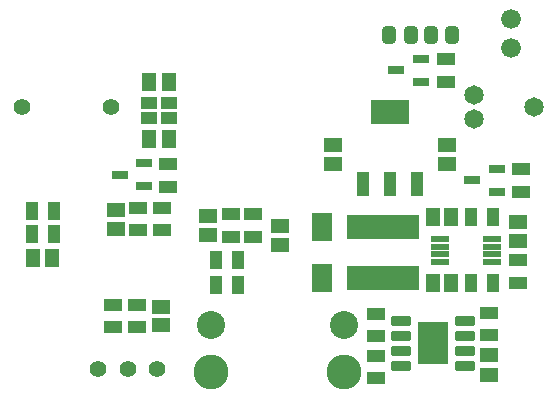
<source format=gbr>
%TF.GenerationSoftware,KiCad,Pcbnew,8.0.5*%
%TF.CreationDate,2024-09-22T15:27:05+02:00*%
%TF.ProjectId,PicBytesMicro,50696342-7974-4657-934d-6963726f2e6b,rev?*%
%TF.SameCoordinates,Original*%
%TF.FileFunction,Soldermask,Bot*%
%TF.FilePolarity,Negative*%
%FSLAX46Y46*%
G04 Gerber Fmt 4.6, Leading zero omitted, Abs format (unit mm)*
G04 Created by KiCad (PCBNEW 8.0.5) date 2024-09-22 15:27:05*
%MOMM*%
%LPD*%
G01*
G04 APERTURE LIST*
G04 Aperture macros list*
%AMRoundRect*
0 Rectangle with rounded corners*
0 $1 Rounding radius*
0 $2 $3 $4 $5 $6 $7 $8 $9 X,Y pos of 4 corners*
0 Add a 4 corners polygon primitive as box body*
4,1,4,$2,$3,$4,$5,$6,$7,$8,$9,$2,$3,0*
0 Add four circle primitives for the rounded corners*
1,1,$1+$1,$2,$3*
1,1,$1+$1,$4,$5*
1,1,$1+$1,$6,$7*
1,1,$1+$1,$8,$9*
0 Add four rect primitives between the rounded corners*
20,1,$1+$1,$2,$3,$4,$5,0*
20,1,$1+$1,$4,$5,$6,$7,0*
20,1,$1+$1,$6,$7,$8,$9,0*
20,1,$1+$1,$8,$9,$2,$3,0*%
G04 Aperture macros list end*
%ADD10C,1.650000*%
%ADD11C,2.380000*%
%ADD12C,2.950000*%
%ADD13RoundRect,0.050000X0.735000X-0.525000X0.735000X0.525000X-0.735000X0.525000X-0.735000X-0.525000X0*%
%ADD14RoundRect,0.050000X-0.525000X-0.735000X0.525000X-0.735000X0.525000X0.735000X-0.525000X0.735000X0*%
%ADD15RoundRect,0.050000X0.525000X0.735000X-0.525000X0.735000X-0.525000X-0.735000X0.525000X-0.735000X0*%
%ADD16RoundRect,0.050000X0.762500X-0.350000X0.762500X0.350000X-0.762500X0.350000X-0.762500X-0.350000X0*%
%ADD17RoundRect,0.050000X1.256500X1.701000X-1.256500X1.701000X-1.256500X-1.701000X1.256500X-1.701000X0*%
%ADD18C,1.400000*%
%ADD19RoundRect,0.050000X0.625000X-0.300000X0.625000X0.300000X-0.625000X0.300000X-0.625000X-0.300000X0*%
%ADD20RoundRect,0.050000X-0.725000X0.500000X-0.725000X-0.500000X0.725000X-0.500000X0.725000X0.500000X0*%
%ADD21RoundRect,0.050000X-0.500000X-0.725000X0.500000X-0.725000X0.500000X0.725000X-0.500000X0.725000X0*%
%ADD22RoundRect,0.050000X0.725000X-0.500000X0.725000X0.500000X-0.725000X0.500000X-0.725000X-0.500000X0*%
%ADD23RoundRect,0.050000X3.000000X-1.005000X3.000000X1.005000X-3.000000X1.005000X-3.000000X-1.005000X0*%
%ADD24RoundRect,0.050000X-0.735000X0.510000X-0.735000X-0.510000X0.735000X-0.510000X0.735000X0.510000X0*%
%ADD25RoundRect,0.274390X-0.288110X-0.475610X0.288110X-0.475610X0.288110X0.475610X-0.288110X0.475610X0*%
%ADD26RoundRect,0.050000X0.735000X-0.510000X0.735000X0.510000X-0.735000X0.510000X-0.735000X-0.510000X0*%
%ADD27RoundRect,0.050000X0.500000X0.725000X-0.500000X0.725000X-0.500000X-0.725000X0.500000X-0.725000X0*%
%ADD28C,1.675000*%
%ADD29RoundRect,0.050000X0.510000X0.735000X-0.510000X0.735000X-0.510000X-0.735000X0.510000X-0.735000X0*%
%ADD30RoundRect,0.050000X0.700000X-0.225000X0.700000X0.225000X-0.700000X0.225000X-0.700000X-0.225000X0*%
%ADD31RoundRect,0.050000X-0.450000X-0.975000X0.450000X-0.975000X0.450000X0.975000X-0.450000X0.975000X0*%
%ADD32RoundRect,0.050000X1.600000X-0.975000X1.600000X0.975000X-1.600000X0.975000X-1.600000X-0.975000X0*%
%ADD33RoundRect,0.050000X-0.600000X0.500000X-0.600000X-0.500000X0.600000X-0.500000X0.600000X0.500000X0*%
%ADD34RoundRect,0.050000X0.775000X1.175000X-0.775000X1.175000X-0.775000X-1.175000X0.775000X-1.175000X0*%
%ADD35RoundRect,0.050000X-0.510000X-0.735000X0.510000X-0.735000X0.510000X0.735000X-0.510000X0.735000X0*%
G04 APERTURE END LIST*
D10*
%TO.C,J1*%
X160170000Y-105900000D03*
X155090000Y-106916000D03*
X155090000Y-104884000D03*
%TD*%
D11*
%TO.C,J2*%
X132880000Y-124350000D03*
D12*
X132880000Y-128350000D03*
X144120000Y-128350000D03*
D11*
X144120000Y-124350000D03*
%TD*%
D13*
%TO.C,C15*%
X156400000Y-128580000D03*
X156400000Y-126900000D03*
%TD*%
D14*
%TO.C,C8*%
X127610000Y-108650000D03*
X129290000Y-108650000D03*
%TD*%
D15*
%TO.C,C7*%
X129290000Y-103750000D03*
X127610000Y-103750000D03*
%TD*%
D16*
%TO.C,IC_BMS_TP1*%
X154312000Y-123995000D03*
X154312000Y-125265000D03*
X154312000Y-126535000D03*
X154312000Y-127805000D03*
X148888000Y-127805000D03*
X148888000Y-126535000D03*
X148888000Y-125265000D03*
X148888000Y-123995000D03*
D17*
X151600000Y-125900000D03*
%TD*%
D18*
%TO.C,LS1*%
X116800000Y-105900000D03*
X124400000Y-105900000D03*
%TD*%
D19*
%TO.C,Q2*%
X127200000Y-110690000D03*
X127200000Y-112600000D03*
X125100000Y-111645000D03*
%TD*%
D20*
%TO.C,R4*%
X129200000Y-110745000D03*
X129200000Y-112645000D03*
%TD*%
D21*
%TO.C,R12*%
X117650000Y-114700000D03*
X119550000Y-114700000D03*
%TD*%
D22*
%TO.C,R16*%
X124570000Y-124550000D03*
X124570000Y-122650000D03*
%TD*%
D20*
%TO.C,R15*%
X126700000Y-114450000D03*
X126700000Y-116350000D03*
%TD*%
%TO.C,R18*%
X136425000Y-115000000D03*
X136425000Y-116900000D03*
%TD*%
%TO.C,R25*%
X146800000Y-126950000D03*
X146800000Y-128850000D03*
%TD*%
D22*
%TO.C,R26*%
X146800000Y-125300000D03*
X146800000Y-123400000D03*
%TD*%
%TO.C,R23*%
X156400000Y-125250000D03*
X156400000Y-123350000D03*
%TD*%
D21*
%TO.C,R27*%
X133250000Y-118900000D03*
X135150000Y-118900000D03*
%TD*%
D18*
%TO.C,SW_Toggle1*%
X123275000Y-128050000D03*
X125775000Y-128050000D03*
X128275000Y-128050000D03*
%TD*%
D23*
%TO.C,L1*%
X147400000Y-120400000D03*
X147400000Y-116100000D03*
%TD*%
D19*
%TO.C,Q3*%
X157050065Y-111169365D03*
X157050065Y-113079365D03*
X154950065Y-112124365D03*
%TD*%
D24*
%TO.C,C21*%
X138700000Y-116000000D03*
X138700000Y-117600000D03*
%TD*%
D25*
%TO.C,R3*%
X147937500Y-99800000D03*
X149762500Y-99800000D03*
%TD*%
D22*
%TO.C,R1*%
X152750000Y-103750000D03*
X152750000Y-101850000D03*
%TD*%
D21*
%TO.C,R11*%
X117650000Y-116700000D03*
X119550000Y-116700000D03*
%TD*%
D22*
%TO.C,R13*%
X126600000Y-124550000D03*
X126600000Y-122650000D03*
%TD*%
D26*
%TO.C,C12*%
X132575000Y-116750000D03*
X132575000Y-115150000D03*
%TD*%
D27*
%TO.C,R30*%
X156750000Y-120850000D03*
X154850000Y-120850000D03*
%TD*%
D22*
%TO.C,R17*%
X134500000Y-116900000D03*
X134500000Y-115000000D03*
%TD*%
D28*
%TO.C,J3*%
X158200000Y-98450000D03*
X158200000Y-100950000D03*
%TD*%
D25*
%TO.C,R2*%
X151437500Y-99800000D03*
X153262500Y-99800000D03*
%TD*%
D29*
%TO.C,C19*%
X153200000Y-120850000D03*
X151600000Y-120850000D03*
%TD*%
D20*
%TO.C,R29*%
X158800000Y-118900000D03*
X158800000Y-120800000D03*
%TD*%
D22*
%TO.C,R14*%
X128705000Y-116350000D03*
X128705000Y-114450000D03*
%TD*%
D24*
%TO.C,C18*%
X158800000Y-115650000D03*
X158800000Y-117250000D03*
%TD*%
D29*
%TO.C,C20*%
X153200000Y-115250000D03*
X151600000Y-115250000D03*
%TD*%
D30*
%TO.C,IC3*%
X156600000Y-117075000D03*
X156600000Y-117725000D03*
X156600000Y-118375000D03*
X156600000Y-119025000D03*
X152200000Y-119025000D03*
X152200000Y-118375000D03*
X152200000Y-117725000D03*
X152200000Y-117075000D03*
%TD*%
D26*
%TO.C,C16*%
X152800000Y-110705000D03*
X152800000Y-109105000D03*
%TD*%
D31*
%TO.C,IC2*%
X150300000Y-112450000D03*
X148000000Y-112450000D03*
X145700000Y-112450000D03*
D32*
X148000000Y-106350000D03*
%TD*%
D21*
%TO.C,R28*%
X154850000Y-115250000D03*
X156750000Y-115250000D03*
%TD*%
D33*
%TO.C,Y1*%
X127625000Y-105550000D03*
X129325000Y-105550000D03*
X129325000Y-106850000D03*
X127625000Y-106850000D03*
%TD*%
D21*
%TO.C,R31*%
X133250000Y-121000000D03*
X135150000Y-121000000D03*
%TD*%
D26*
%TO.C,C17*%
X143200000Y-110705000D03*
X143200000Y-109105000D03*
%TD*%
D34*
%TO.C,D1*%
X142200000Y-116050000D03*
X142200000Y-120350000D03*
%TD*%
D26*
%TO.C,C10*%
X128570000Y-124400000D03*
X128570000Y-122800000D03*
%TD*%
D24*
%TO.C,C11*%
X124805000Y-114600000D03*
X124805000Y-116200000D03*
%TD*%
D22*
%TO.C,R24*%
X159100065Y-113074365D03*
X159100065Y-111174365D03*
%TD*%
D19*
%TO.C,Q1*%
X150600000Y-101845000D03*
X150600000Y-103755000D03*
X148500000Y-102800000D03*
%TD*%
D35*
%TO.C,C9*%
X117800000Y-118700000D03*
X119400000Y-118700000D03*
%TD*%
M02*

</source>
